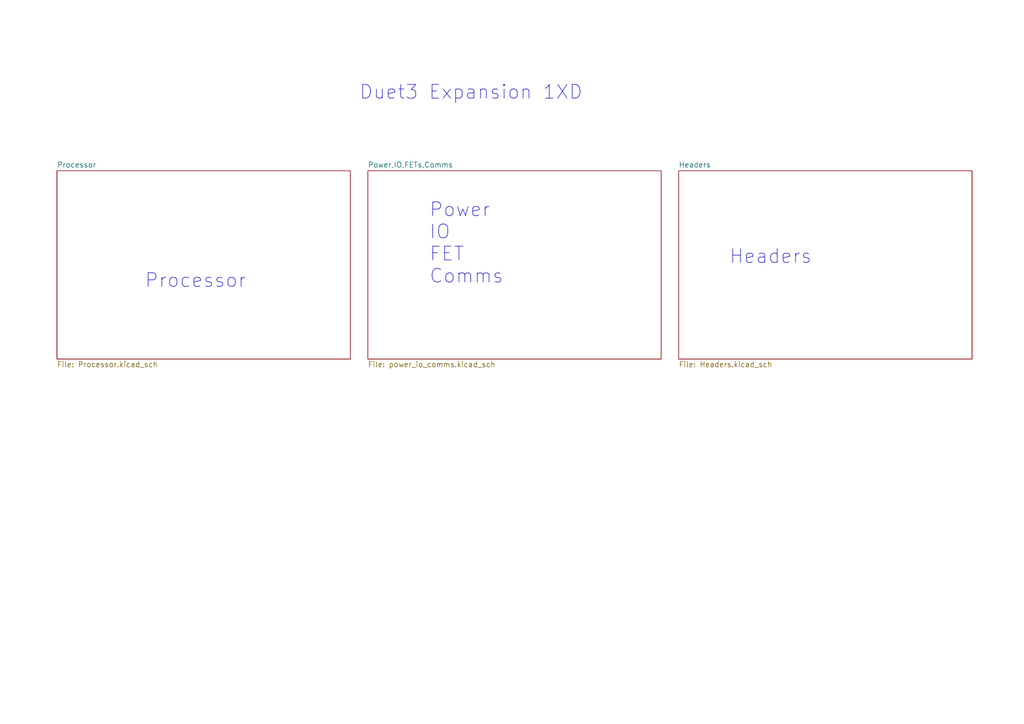
<source format=kicad_sch>
(kicad_sch (version 20211123) (generator eeschema)
  (paper "A4")
  (title_block (title "Duet 3 Expansion 1XD") (date "2022-12-08") (rev "1.1") (company "Duet3D") (comment 1 "(c) Duet3D") (comment 2 "www.duet3d.com"))
  (lib_symbols)
  (text "Duet3 Expansion 1XD" (at 104.14 29.21 0) (effects (font (size 3.9878 3.9878)) (justify left bottom)))
  (text "Processor\n" (at 41.91 83.82 0) (effects (font (size 3.9878 3.9878)) (justify left bottom)))
  (text "Power\nIO\nFET\nComms" (at 124.46 82.55 0) (effects (font (size 3.9878 3.9878)) (justify left bottom)))
  (text "Headers" (at 211.455 76.835 0) (effects (font (size 3.9878 3.9878)) (justify left bottom)))
  (sheet (at 16.51 49.53) (size 85.09 54.61)
    (property "Sheet name" "Processor" (at 16.51 48.6914 0) (effects (font (size 1.524 1.524)) (justify left bottom)))
    (property "Sheet file" "Processor.kicad_sch" (at 16.51 104.8262 0) (effects (font (size 1.524 1.524)) (justify left top)))
  )
  (sheet (at 106.68 49.53) (size 85.09 54.61)
    (property "Sheet name" "Power,IO,FETs,Comms" (at 106.68 48.6914 0) (effects (font (size 1.524 1.524)) (justify left bottom)))
    (property "Sheet file" "power_io_comms.kicad_sch" (at 106.68 104.8262 0) (effects (font (size 1.524 1.524)) (justify left top)))
  )
  (sheet (at 196.85 49.53) (size 85.09 54.61)
    (property "Sheet name" "Headers" (at 196.85 48.6914 0) (effects (font (size 1.524 1.524)) (justify left bottom)))
    (property "Sheet file" "Headers.kicad_sch" (at 196.85 104.8262 0) (effects (font (size 1.524 1.524)) (justify left top)))
  )
)
</source>
